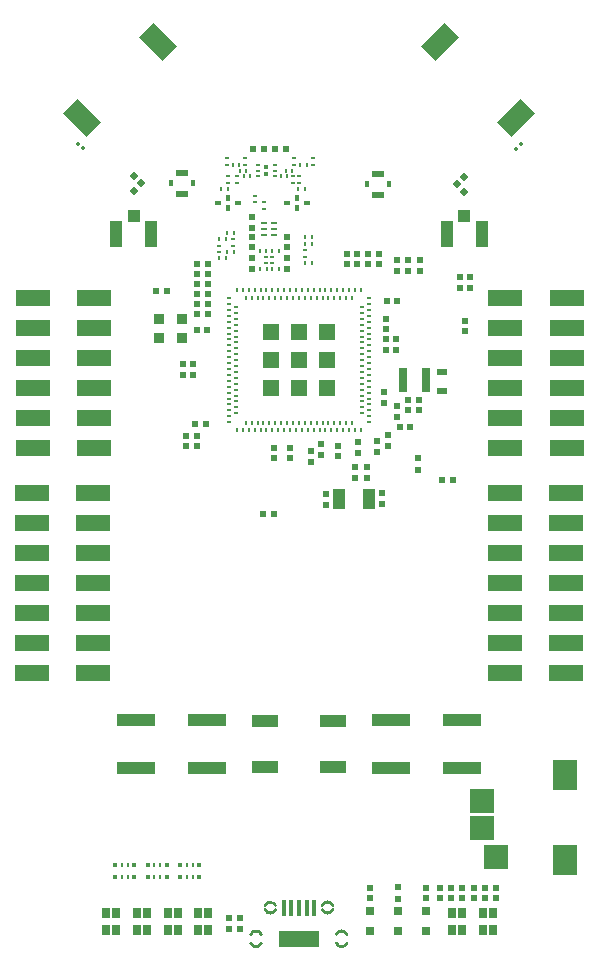
<source format=gtp>
G04*
G04 #@! TF.GenerationSoftware,Altium Limited,Altium Designer,21.2.2 (38)*
G04*
G04 Layer_Color=8421504*
%FSLAX44Y44*%
%MOMM*%
G71*
G04*
G04 #@! TF.SameCoordinates,7819C684-4886-4163-8357-BFC2EAAA6F51*
G04*
G04*
G04 #@! TF.FilePolarity,Positive*
G04*
G01*
G75*
%ADD12C,0.2500*%
%ADD21R,0.4000X0.3250*%
%ADD22R,0.4000X0.3250*%
%ADD23R,1.4000X1.4000*%
%ADD24R,0.5500X0.5500*%
%ADD25R,0.5500X0.5000*%
%ADD26R,0.5000X0.5500*%
%ADD27R,0.7000X0.7000*%
%ADD28R,0.2500X0.3000*%
%ADD29R,0.5500X0.5500*%
%ADD30R,0.3000X0.5000*%
%ADD31R,0.5000X0.3000*%
%ADD32R,0.4000X0.5000*%
%ADD33R,1.1000X0.4700*%
%ADD34R,3.0000X1.4000*%
%ADD35R,3.2000X1.0000*%
%ADD36R,2.2500X1.0500*%
%ADD37R,0.6500X0.8500*%
%ADD38R,0.4000X1.3500*%
%ADD39R,3.4000X1.3500*%
%ADD40R,0.2500X0.4500*%
%ADD41R,0.3500X0.4500*%
G04:AMPARAMS|DCode=42|XSize=1.7mm|YSize=2.8mm|CornerRadius=0mm|HoleSize=0mm|Usage=FLASHONLY|Rotation=225.000|XOffset=0mm|YOffset=0mm|HoleType=Round|Shape=Rectangle|*
%AMROTATEDRECTD42*
4,1,4,-0.3889,1.5910,1.5910,-0.3889,0.3889,-1.5910,-1.5910,0.3889,-0.3889,1.5910,0.0*
%
%ADD42ROTATEDRECTD42*%

G04:AMPARAMS|DCode=43|XSize=1.7mm|YSize=2.8mm|CornerRadius=0mm|HoleSize=0mm|Usage=FLASHONLY|Rotation=315.000|XOffset=0mm|YOffset=0mm|HoleType=Round|Shape=Rectangle|*
%AMROTATEDRECTD43*
4,1,4,-1.5910,-0.3889,0.3889,1.5910,1.5910,0.3889,-0.3889,-1.5910,-1.5910,-0.3889,0.0*
%
%ADD43ROTATEDRECTD43*%

%ADD44R,0.3000X0.2500*%
%ADD45R,0.5500X0.2500*%
%ADD46R,0.3500X0.2500*%
%ADD47R,0.2000X0.2000*%
G04:AMPARAMS|DCode=48|XSize=0.25mm|YSize=0.3mm|CornerRadius=0mm|HoleSize=0mm|Usage=FLASHONLY|Rotation=45.000|XOffset=0mm|YOffset=0mm|HoleType=Round|Shape=Rectangle|*
%AMROTATEDRECTD48*
4,1,4,0.0177,-0.1945,-0.1945,0.0177,-0.0177,0.1945,0.1945,-0.0177,0.0177,-0.1945,0.0*
%
%ADD48ROTATEDRECTD48*%

G04:AMPARAMS|DCode=49|XSize=0.25mm|YSize=0.3mm|CornerRadius=0mm|HoleSize=0mm|Usage=FLASHONLY|Rotation=135.000|XOffset=0mm|YOffset=0mm|HoleType=Round|Shape=Rectangle|*
%AMROTATEDRECTD49*
4,1,4,0.1945,0.0177,-0.0177,-0.1945,-0.1945,-0.0177,0.0177,0.1945,0.1945,0.0177,0.0*
%
%ADD49ROTATEDRECTD49*%

%ADD50R,1.0500X2.2000*%
%ADD51R,1.0000X1.0500*%
%ADD52R,0.9500X0.8500*%
%ADD53P,0.7778X4X360.0*%
%ADD54R,0.9500X0.5500*%
%ADD55R,1.0000X1.8000*%
%ADD56R,2.0000X2.5000*%
%ADD57R,2.0000X2.0000*%
%ADD58R,0.8000X2.0000*%
%ADD59R,0.2200X0.4500*%
%ADD60R,0.4500X0.2200*%
%ADD61R,0.1900X0.4500*%
%ADD62R,0.4500X0.1900*%
D12*
X230160Y48264D02*
G03*
X221340Y48264I-4410J-1764D01*
G01*
Y44736D02*
G03*
X230160Y44736I4410J1764D01*
G01*
X278660Y48264D02*
G03*
X269840Y48264I-4410J-1764D01*
G01*
Y44736D02*
G03*
X278660Y44736I4410J1764D01*
G01*
X218160Y23764D02*
G03*
X209340Y23764I-4410J-1764D01*
G01*
Y16286D02*
G03*
X218160Y16286I4410J1764D01*
G01*
X281840D02*
G03*
X290660Y16286I4410J1764D01*
G01*
Y23764D02*
G03*
X281840Y23764I-4410J-1764D01*
G01*
D21*
X222250Y667875D02*
D03*
D22*
Y673125D02*
D03*
D23*
X250000Y510000D02*
D03*
X226500D02*
D03*
Y486500D02*
D03*
X250000D02*
D03*
X226500Y533500D02*
D03*
X250250Y533500D02*
D03*
X273500D02*
D03*
Y510000D02*
D03*
Y486500D02*
D03*
D24*
X260000Y423750D02*
D03*
Y432750D02*
D03*
X310000Y54250D02*
D03*
Y63250D02*
D03*
X299750Y431500D02*
D03*
Y440500D02*
D03*
X315750Y432500D02*
D03*
Y441500D02*
D03*
X283250Y437500D02*
D03*
Y428500D02*
D03*
X307500Y419500D02*
D03*
Y410500D02*
D03*
X325250Y446250D02*
D03*
Y437250D02*
D03*
X320500Y388250D02*
D03*
Y397250D02*
D03*
X228750Y435750D02*
D03*
Y426750D02*
D03*
X242500Y435750D02*
D03*
Y426750D02*
D03*
X273000Y396250D02*
D03*
Y387250D02*
D03*
X352500Y585750D02*
D03*
Y594750D02*
D03*
X333000Y585750D02*
D03*
Y594750D02*
D03*
X200500Y37750D02*
D03*
Y28750D02*
D03*
X191000Y37750D02*
D03*
Y28750D02*
D03*
X358000Y63250D02*
D03*
Y54250D02*
D03*
X369500Y63250D02*
D03*
Y54250D02*
D03*
X379000D02*
D03*
Y63250D02*
D03*
X388500Y54250D02*
D03*
Y63250D02*
D03*
X398000Y63250D02*
D03*
Y54250D02*
D03*
X407500Y54250D02*
D03*
Y63250D02*
D03*
X417000Y54250D02*
D03*
Y63250D02*
D03*
X210250Y596500D02*
D03*
Y587500D02*
D03*
X239750Y596500D02*
D03*
Y587500D02*
D03*
X210250Y631000D02*
D03*
Y622000D02*
D03*
X239750Y605500D02*
D03*
Y614500D02*
D03*
X332750Y471250D02*
D03*
Y462250D02*
D03*
X323500Y545000D02*
D03*
Y536000D02*
D03*
X351500Y467500D02*
D03*
Y476500D02*
D03*
X297750Y419500D02*
D03*
Y410500D02*
D03*
X268750Y439000D02*
D03*
Y430000D02*
D03*
X290500Y591000D02*
D03*
Y600000D02*
D03*
X299500Y591000D02*
D03*
Y600000D02*
D03*
X308500Y591000D02*
D03*
Y600000D02*
D03*
X317500Y591000D02*
D03*
Y600000D02*
D03*
X210250Y614500D02*
D03*
Y605500D02*
D03*
X342250Y467500D02*
D03*
Y476500D02*
D03*
X322000Y474000D02*
D03*
Y483000D02*
D03*
X342750Y585750D02*
D03*
Y594750D02*
D03*
X391000Y534500D02*
D03*
Y543500D02*
D03*
D25*
X350750Y417250D02*
D03*
Y427250D02*
D03*
X334000Y53750D02*
D03*
Y63750D02*
D03*
D26*
X380750Y408910D02*
D03*
X370750D02*
D03*
D27*
X310000Y26750D02*
D03*
Y43250D02*
D03*
X334000Y26750D02*
D03*
Y43250D02*
D03*
X358000Y43250D02*
D03*
Y26750D02*
D03*
D28*
X260750Y614250D02*
D03*
X255250D02*
D03*
X232750Y586750D02*
D03*
X227250D02*
D03*
X222750D02*
D03*
X217250D02*
D03*
X222500Y602750D02*
D03*
X217000D02*
D03*
X233000D02*
D03*
X227500D02*
D03*
X189500Y601750D02*
D03*
X195000D02*
D03*
X188250Y596250D02*
D03*
X182750D02*
D03*
X188250Y612250D02*
D03*
X182750D02*
D03*
X261000Y592000D02*
D03*
X255500D02*
D03*
X260750Y608500D02*
D03*
X255250D02*
D03*
X254750Y655000D02*
D03*
X249250D02*
D03*
X184250D02*
D03*
X189750D02*
D03*
X251000Y675500D02*
D03*
X256500D02*
D03*
X199501D02*
D03*
X194000D02*
D03*
X189250Y617750D02*
D03*
X194750D02*
D03*
X205500Y670500D02*
D03*
X200000D02*
D03*
X203250Y665500D02*
D03*
X208750D02*
D03*
X240250D02*
D03*
X234750D02*
D03*
X239000Y670500D02*
D03*
X244500D02*
D03*
D29*
X154500Y446000D02*
D03*
X163500D02*
D03*
X154500Y437250D02*
D03*
X163500D02*
D03*
X129250Y568500D02*
D03*
X138250D02*
D03*
X164000Y574750D02*
D03*
X173000D02*
D03*
X171000Y455750D02*
D03*
X162000D02*
D03*
X395250Y570750D02*
D03*
X386250D02*
D03*
X386250Y580250D02*
D03*
X395250D02*
D03*
X163500Y535250D02*
D03*
X172500D02*
D03*
X151500Y497750D02*
D03*
X160500D02*
D03*
X151500Y506750D02*
D03*
X160500D02*
D03*
X164000Y583250D02*
D03*
X173000D02*
D03*
X164000Y566250D02*
D03*
X173000D02*
D03*
X164000Y549250D02*
D03*
X173000D02*
D03*
X323500Y527500D02*
D03*
X332500D02*
D03*
X323500Y518750D02*
D03*
X332500D02*
D03*
X324250Y560000D02*
D03*
X333250D02*
D03*
X335250Y453000D02*
D03*
X344250D02*
D03*
X229000Y379500D02*
D03*
X220000D02*
D03*
X173000Y591750D02*
D03*
X164000D02*
D03*
X173000Y557750D02*
D03*
X164000D02*
D03*
X220500Y688750D02*
D03*
X211500D02*
D03*
X229750D02*
D03*
X238750D02*
D03*
D30*
X189750Y647500D02*
D03*
Y638500D02*
D03*
X248500Y647500D02*
D03*
Y638500D02*
D03*
D31*
X181250Y643000D02*
D03*
X198250D02*
D03*
X240000Y643000D02*
D03*
X257000D02*
D03*
D32*
X307500Y659000D02*
D03*
X326500D02*
D03*
X160500Y659750D02*
D03*
X141500D02*
D03*
D33*
X317000Y668000D02*
D03*
Y650000D02*
D03*
X151000Y650750D02*
D03*
Y668750D02*
D03*
D34*
X76570Y435390D02*
D03*
Y460790D02*
D03*
Y486190D02*
D03*
Y511590D02*
D03*
Y536990D02*
D03*
Y562390D02*
D03*
X24570D02*
D03*
Y536990D02*
D03*
Y511590D02*
D03*
Y486190D02*
D03*
Y460790D02*
D03*
Y435390D02*
D03*
X76000Y244890D02*
D03*
Y270290D02*
D03*
Y295690D02*
D03*
Y321090D02*
D03*
Y346490D02*
D03*
Y371890D02*
D03*
Y397290D02*
D03*
X24000D02*
D03*
Y371890D02*
D03*
Y346490D02*
D03*
Y321090D02*
D03*
Y295690D02*
D03*
Y270290D02*
D03*
Y244890D02*
D03*
X476570Y435390D02*
D03*
Y460790D02*
D03*
Y486190D02*
D03*
Y511590D02*
D03*
Y536990D02*
D03*
Y562390D02*
D03*
X424570D02*
D03*
Y536990D02*
D03*
Y511590D02*
D03*
Y486190D02*
D03*
Y460790D02*
D03*
Y435390D02*
D03*
X476500Y244890D02*
D03*
Y270290D02*
D03*
Y295690D02*
D03*
Y321090D02*
D03*
Y346490D02*
D03*
Y371890D02*
D03*
Y397290D02*
D03*
X424500D02*
D03*
Y371890D02*
D03*
Y346490D02*
D03*
Y321090D02*
D03*
Y295690D02*
D03*
Y270290D02*
D03*
Y244890D02*
D03*
D35*
X328000Y205000D02*
D03*
Y165000D02*
D03*
X388000D02*
D03*
Y205000D02*
D03*
X112000D02*
D03*
Y165000D02*
D03*
X172000D02*
D03*
Y205000D02*
D03*
D36*
X278750Y204750D02*
D03*
Y165250D02*
D03*
X221250D02*
D03*
Y204750D02*
D03*
D37*
X164750Y27750D02*
D03*
Y42250D02*
D03*
X173250Y27750D02*
D03*
Y42250D02*
D03*
X138750Y27750D02*
D03*
Y42250D02*
D03*
X147250Y27750D02*
D03*
Y42250D02*
D03*
X112750Y27750D02*
D03*
Y42250D02*
D03*
X121250Y27750D02*
D03*
Y42250D02*
D03*
X414250D02*
D03*
Y27750D02*
D03*
X405750D02*
D03*
Y42250D02*
D03*
X388250D02*
D03*
Y27750D02*
D03*
X379750D02*
D03*
Y42250D02*
D03*
X86750Y27750D02*
D03*
Y42250D02*
D03*
X95250Y27750D02*
D03*
Y42250D02*
D03*
D38*
X250000Y45750D02*
D03*
X243500D02*
D03*
X237000D02*
D03*
X256500D02*
D03*
X263000D02*
D03*
D39*
X250000Y20000D02*
D03*
D40*
X105000Y82250D02*
D03*
Y72750D02*
D03*
X100000D02*
D03*
Y82250D02*
D03*
X160000Y82250D02*
D03*
Y72750D02*
D03*
X155000D02*
D03*
Y82250D02*
D03*
X132500D02*
D03*
Y72750D02*
D03*
X127500D02*
D03*
Y82250D02*
D03*
D41*
X110500Y82250D02*
D03*
Y72750D02*
D03*
X94500Y82250D02*
D03*
Y72750D02*
D03*
X165500Y82250D02*
D03*
Y72750D02*
D03*
X149500Y82250D02*
D03*
Y72750D02*
D03*
X138000Y82250D02*
D03*
Y72750D02*
D03*
X122000Y82250D02*
D03*
Y72750D02*
D03*
D42*
X66077Y715077D02*
D03*
X130423Y779424D02*
D03*
D43*
X434173Y715077D02*
D03*
X369827Y779424D02*
D03*
D44*
X227500Y597500D02*
D03*
Y592000D02*
D03*
X222500Y597500D02*
D03*
Y592000D02*
D03*
X220750Y638250D02*
D03*
Y643750D02*
D03*
X212500Y649250D02*
D03*
Y643750D02*
D03*
X182750Y601500D02*
D03*
Y607000D02*
D03*
X194500D02*
D03*
Y612500D02*
D03*
X255500Y597500D02*
D03*
Y603000D02*
D03*
X250000Y665750D02*
D03*
Y660250D02*
D03*
X244750Y660250D02*
D03*
Y665750D02*
D03*
X190000Y665500D02*
D03*
Y660000D02*
D03*
X246000Y681000D02*
D03*
Y675500D02*
D03*
X261750Y681000D02*
D03*
Y675500D02*
D03*
X188750Y681000D02*
D03*
Y675500D02*
D03*
X204750Y681000D02*
D03*
Y675500D02*
D03*
X197500Y660000D02*
D03*
X197500Y665500D02*
D03*
D45*
X229250Y616001D02*
D03*
X220750D02*
D03*
X229250Y626001D02*
D03*
Y621000D02*
D03*
X220750D02*
D03*
Y626001D02*
D03*
D46*
X215000Y665500D02*
D03*
Y675500D02*
D03*
Y670500D02*
D03*
X229500Y665500D02*
D03*
Y670500D02*
D03*
Y675500D02*
D03*
D47*
X222250Y668000D02*
D03*
D48*
X433806Y688806D02*
D03*
X437694Y692695D02*
D03*
D49*
X66945Y689305D02*
D03*
X63056Y693195D02*
D03*
D50*
X95250Y617000D02*
D03*
X124750D02*
D03*
X375250Y617000D02*
D03*
X404750D02*
D03*
D51*
X110000Y632250D02*
D03*
X390000Y632250D02*
D03*
D52*
X131250Y529000D02*
D03*
Y544500D02*
D03*
X150750Y529000D02*
D03*
Y544500D02*
D03*
D53*
X110068Y653318D02*
D03*
X116432Y659682D02*
D03*
X110068Y666046D02*
D03*
X389932Y665432D02*
D03*
X383568Y659068D02*
D03*
X389932Y652704D02*
D03*
D54*
X371000Y500250D02*
D03*
Y484250D02*
D03*
D55*
X309250Y392750D02*
D03*
X284250D02*
D03*
D56*
X475000Y158500D02*
D03*
Y86500D02*
D03*
D57*
X405000Y137000D02*
D03*
Y114000D02*
D03*
X417000Y89000D02*
D03*
D58*
X338000Y493500D02*
D03*
X358000D02*
D03*
D59*
X205000Y563000D02*
D03*
X210000D02*
D03*
X215000D02*
D03*
X220000D02*
D03*
X225000D02*
D03*
X230000D02*
D03*
X235000D02*
D03*
X240000D02*
D03*
X245000D02*
D03*
X250000D02*
D03*
X255000D02*
D03*
X260000D02*
D03*
X265000D02*
D03*
X270000D02*
D03*
X275000D02*
D03*
X280000D02*
D03*
X285000D02*
D03*
X290000D02*
D03*
X295000D02*
D03*
Y457000D02*
D03*
X290000D02*
D03*
X285000D02*
D03*
X280000D02*
D03*
X275000D02*
D03*
X270000D02*
D03*
X265000D02*
D03*
X260000D02*
D03*
X255000D02*
D03*
X250000D02*
D03*
X245000D02*
D03*
X240000D02*
D03*
X235000D02*
D03*
X230000D02*
D03*
X225000D02*
D03*
X220000D02*
D03*
X215000D02*
D03*
X210000D02*
D03*
X205000D02*
D03*
D60*
X303000Y555000D02*
D03*
Y550000D02*
D03*
Y545000D02*
D03*
Y540000D02*
D03*
Y535000D02*
D03*
Y530000D02*
D03*
Y525000D02*
D03*
Y520000D02*
D03*
Y515000D02*
D03*
Y510000D02*
D03*
Y505000D02*
D03*
Y500000D02*
D03*
Y495000D02*
D03*
Y490000D02*
D03*
Y485000D02*
D03*
Y480000D02*
D03*
Y475000D02*
D03*
Y470000D02*
D03*
Y465000D02*
D03*
X197000D02*
D03*
Y470000D02*
D03*
Y475000D02*
D03*
Y480000D02*
D03*
Y485000D02*
D03*
Y490000D02*
D03*
Y495000D02*
D03*
Y500000D02*
D03*
Y505000D02*
D03*
Y510000D02*
D03*
Y515000D02*
D03*
Y520000D02*
D03*
Y525000D02*
D03*
Y530000D02*
D03*
Y535000D02*
D03*
Y540000D02*
D03*
Y545000D02*
D03*
Y550000D02*
D03*
Y555000D02*
D03*
D61*
X197500Y569250D02*
D03*
X202500D02*
D03*
X207500D02*
D03*
X212500D02*
D03*
X217500D02*
D03*
X222500D02*
D03*
X227500D02*
D03*
X232500D02*
D03*
X237500D02*
D03*
X242500D02*
D03*
X247500D02*
D03*
X252500D02*
D03*
X257500D02*
D03*
X262500D02*
D03*
X267500D02*
D03*
X272500D02*
D03*
X277500D02*
D03*
X282500D02*
D03*
X287500D02*
D03*
X292500D02*
D03*
X297500D02*
D03*
X302500D02*
D03*
Y450750D02*
D03*
X297500D02*
D03*
X292500D02*
D03*
X287500D02*
D03*
X282500D02*
D03*
X277500D02*
D03*
X272500D02*
D03*
X267500D02*
D03*
X262500D02*
D03*
X257500D02*
D03*
X252500D02*
D03*
X247500D02*
D03*
X242500D02*
D03*
X237500D02*
D03*
X232500D02*
D03*
X227500D02*
D03*
X222500D02*
D03*
X217500D02*
D03*
X212500D02*
D03*
X207500D02*
D03*
X202500D02*
D03*
X197500D02*
D03*
D62*
X309250Y562500D02*
D03*
Y557500D02*
D03*
Y552500D02*
D03*
Y547500D02*
D03*
Y542500D02*
D03*
Y537500D02*
D03*
Y532500D02*
D03*
Y527500D02*
D03*
Y522500D02*
D03*
Y517500D02*
D03*
Y512500D02*
D03*
Y507500D02*
D03*
Y502500D02*
D03*
Y497500D02*
D03*
Y492500D02*
D03*
Y487500D02*
D03*
Y482500D02*
D03*
Y477500D02*
D03*
Y472500D02*
D03*
Y467500D02*
D03*
Y462500D02*
D03*
Y457500D02*
D03*
X190750D02*
D03*
Y462500D02*
D03*
Y467500D02*
D03*
Y472500D02*
D03*
Y477500D02*
D03*
Y482500D02*
D03*
Y487500D02*
D03*
Y492500D02*
D03*
Y497500D02*
D03*
Y502500D02*
D03*
Y507500D02*
D03*
Y512500D02*
D03*
Y517500D02*
D03*
Y522500D02*
D03*
Y527500D02*
D03*
Y532500D02*
D03*
Y537500D02*
D03*
Y542500D02*
D03*
Y547500D02*
D03*
Y552500D02*
D03*
Y557500D02*
D03*
Y562500D02*
D03*
M02*

</source>
